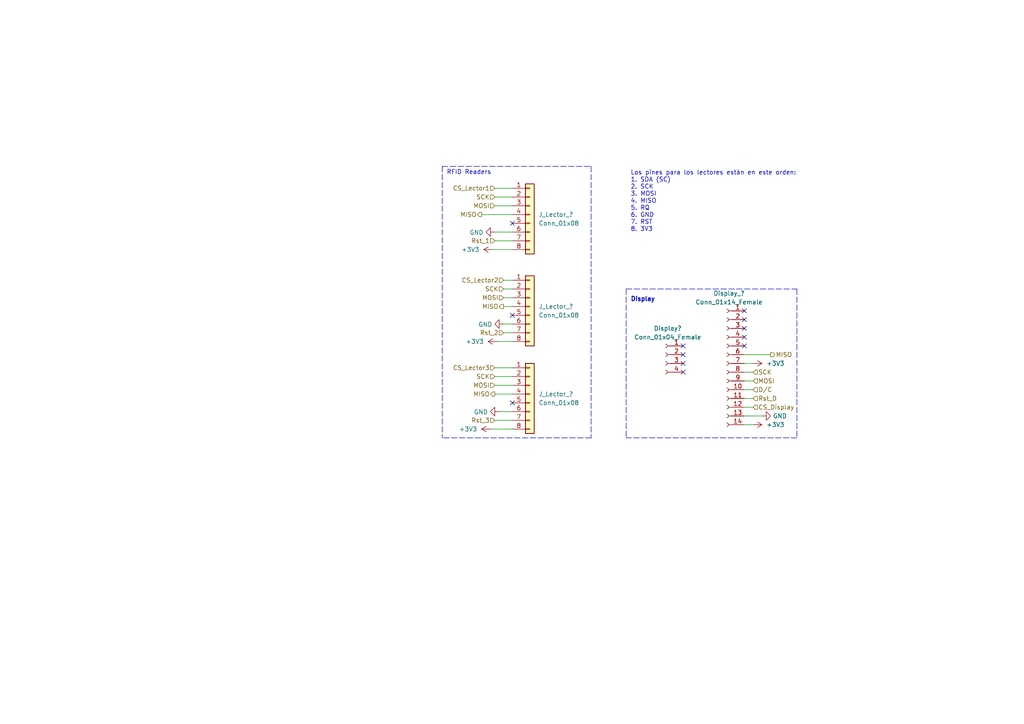
<source format=kicad_sch>
(kicad_sch (version 20211123) (generator eeschema)
  (paper "A4")
  (lib_symbols
    (symbol "Connector:Conn_01x04_Female" (pin_names (offset 1.016) hide)
      (property "Reference" "J" (at 0 5.08 0))
      (property "Value" "Conn_01x04_Female" (at 0 -7.62 0))
      (symbol "Conn_01x04_Female_1_1"
        (arc (start 0 -4.572) (mid -0.508 -5.08) (end 0 -5.588) (stroke (width 0.1524)))
        (arc (start 0 -2.032) (mid -0.508 -2.54) (end 0 -3.048) (stroke (width 0.1524)))
        (polyline (pts (xy -1.27 -5.08) (xy -0.508 -5.08)) (stroke (width 0.1524)))
        (polyline (pts (xy -1.27 -2.54) (xy -0.508 -2.54)) (stroke (width 0.1524)))
        (polyline (pts (xy -1.27 0) (xy -0.508 0)) (stroke (width 0.1524)))
        (polyline (pts (xy -1.27 2.54) (xy -0.508 2.54)) (stroke (width 0.1524)))
        (arc (start 0 0.508) (mid -0.508 0) (end 0 -0.508) (stroke (width 0.1524)))
        (arc (start 0 3.048) (mid -0.508 2.54) (end 0 2.032) (stroke (width 0.1524)))
        (pin passive line (at -5.08 2.54 0) (length 3.81) (name "Pin_1") (number "1"))
        (pin passive line (at -5.08 0 0) (length 3.81) (name "Pin_2") (number "2"))
        (pin passive line (at -5.08 -2.54 0) (length 3.81) (name "Pin_3") (number "3"))
        (pin passive line (at -5.08 -5.08 0) (length 3.81) (name "Pin_4") (number "4"))
      )
    )
    (symbol "Connector:Conn_01x14_Female" (pin_names (offset 1.016) hide)
      (property "Reference" "J" (at 0 17.78 0))
      (property "Value" "Conn_01x14_Female" (at 0 -20.32 0))
      (symbol "Conn_01x14_Female_1_1"
        (arc (start 0 -17.272) (mid -0.508 -17.78) (end 0 -18.288) (stroke (width 0.1524)))
        (arc (start 0 -14.732) (mid -0.508 -15.24) (end 0 -15.748) (stroke (width 0.1524)))
        (arc (start 0 -12.192) (mid -0.508 -12.7) (end 0 -13.208) (stroke (width 0.1524)))
        (arc (start 0 -9.652) (mid -0.508 -10.16) (end 0 -10.668) (stroke (width 0.1524)))
        (arc (start 0 -7.112) (mid -0.508 -7.62) (end 0 -8.128) (stroke (width 0.1524)))
        (arc (start 0 -4.572) (mid -0.508 -5.08) (end 0 -5.588) (stroke (width 0.1524)))
        (arc (start 0 -2.032) (mid -0.508 -2.54) (end 0 -3.048) (stroke (width 0.1524)))
        (polyline (pts (xy -1.27 -17.78) (xy -0.508 -17.78)) (stroke (width 0.1524)))
        (polyline (pts (xy -1.27 -15.24) (xy -0.508 -15.24)) (stroke (width 0.1524)))
        (polyline (pts (xy -1.27 -12.7) (xy -0.508 -12.7)) (stroke (width 0.1524)))
        (polyline (pts (xy -1.27 -10.16) (xy -0.508 -10.16)) (stroke (width 0.1524)))
        (polyline (pts (xy -1.27 -7.62) (xy -0.508 -7.62)) (stroke (width 0.1524)))
        (polyline (pts (xy -1.27 -5.08) (xy -0.508 -5.08)) (stroke (width 0.1524)))
        (polyline (pts (xy -1.27 -2.54) (xy -0.508 -2.54)) (stroke (width 0.1524)))
        (polyline (pts (xy -1.27 0) (xy -0.508 0)) (stroke (width 0.1524)))
        (polyline (pts (xy -1.27 2.54) (xy -0.508 2.54)) (stroke (width 0.1524)))
        (polyline (pts (xy -1.27 5.08) (xy -0.508 5.08)) (stroke (width 0.1524)))
        (polyline (pts (xy -1.27 7.62) (xy -0.508 7.62)) (stroke (width 0.1524)))
        (polyline (pts (xy -1.27 10.16) (xy -0.508 10.16)) (stroke (width 0.1524)))
        (polyline (pts (xy -1.27 12.7) (xy -0.508 12.7)) (stroke (width 0.1524)))
        (polyline (pts (xy -1.27 15.24) (xy -0.508 15.24)) (stroke (width 0.1524)))
        (arc (start 0 0.508) (mid -0.508 0) (end 0 -0.508) (stroke (width 0.1524)))
        (arc (start 0 3.048) (mid -0.508 2.54) (end 0 2.032) (stroke (width 0.1524)))
        (arc (start 0 5.588) (mid -0.508 5.08) (end 0 4.572) (stroke (width 0.1524)))
        (arc (start 0 8.128) (mid -0.508 7.62) (end 0 7.112) (stroke (width 0.1524)))
        (arc (start 0 10.668) (mid -0.508 10.16) (end 0 9.652) (stroke (width 0.1524)))
        (arc (start 0 13.208) (mid -0.508 12.7) (end 0 12.192) (stroke (width 0.1524)))
        (arc (start 0 15.748) (mid -0.508 15.24) (end 0 14.732) (stroke (width 0.1524)))
        (pin passive line (at -5.08 15.24 0) (length 3.81) (name "Pin_1") (number "1"))
        (pin passive line (at -5.08 -7.62 0) (length 3.81) (name "Pin_10") (number "10"))
        (pin passive line (at -5.08 -10.16 0) (length 3.81) (name "Pin_11") (number "11"))
        (pin passive line (at -5.08 -12.7 0) (length 3.81) (name "Pin_12") (number "12"))
        (pin passive line (at -5.08 -15.24 0) (length 3.81) (name "Pin_13") (number "13"))
        (pin passive line (at -5.08 -17.78 0) (length 3.81) (name "Pin_14") (number "14"))
        (pin passive line (at -5.08 12.7 0) (length 3.81) (name "Pin_2") (number "2"))
        (pin passive line (at -5.08 10.16 0) (length 3.81) (name "Pin_3") (number "3"))
        (pin passive line (at -5.08 7.62 0) (length 3.81) (name "Pin_4") (number "4"))
        (pin passive line (at -5.08 5.08 0) (length 3.81) (name "Pin_5") (number "5"))
        (pin passive line (at -5.08 2.54 0) (length 3.81) (name "Pin_6") (number "6"))
        (pin passive line (at -5.08 0 0) (length 3.81) (name "Pin_7") (number "7"))
        (pin passive line (at -5.08 -2.54 0) (length 3.81) (name "Pin_8") (number "8"))
        (pin passive line (at -5.08 -5.08 0) (length 3.81) (name "Pin_9") (number "9"))
      )
    )
    (symbol "Connector_Generic:Conn_01x08" (pin_names (offset 1.016) hide)
      (property "Reference" "J" (at 0 10.16 0))
      (property "Value" "Conn_01x08" (at 0 -12.7 0))
      (symbol "Conn_01x08_1_1"
        (rectangle (start -1.27 -10.033) (end 0 -10.287) (stroke (width 0.1524)))
        (rectangle (start -1.27 -7.493) (end 0 -7.747) (stroke (width 0.1524)))
        (rectangle (start -1.27 -4.953) (end 0 -5.207) (stroke (width 0.1524)))
        (rectangle (start -1.27 -2.413) (end 0 -2.667) (stroke (width 0.1524)))
        (rectangle (start -1.27 0.127) (end 0 -0.127) (stroke (width 0.1524)))
        (rectangle (start -1.27 2.667) (end 0 2.413) (stroke (width 0.1524)))
        (rectangle (start -1.27 5.207) (end 0 4.953) (stroke (width 0.1524)))
        (rectangle (start -1.27 7.747) (end 0 7.493) (stroke (width 0.1524)))
        (rectangle (start -1.27 8.89) (end 1.27 -11.43) (stroke (width 0.254)) (fill (type background)))
        (pin passive line (at -5.08 7.62 0) (length 3.81) (name "Pin_1") (number "1"))
        (pin passive line (at -5.08 5.08 0) (length 3.81) (name "Pin_2") (number "2"))
        (pin passive line (at -5.08 2.54 0) (length 3.81) (name "Pin_3") (number "3"))
        (pin passive line (at -5.08 0 0) (length 3.81) (name "Pin_4") (number "4"))
        (pin passive line (at -5.08 -2.54 0) (length 3.81) (name "Pin_5") (number "5"))
        (pin passive line (at -5.08 -5.08 0) (length 3.81) (name "Pin_6") (number "6"))
        (pin passive line (at -5.08 -7.62 0) (length 3.81) (name "Pin_7") (number "7"))
        (pin passive line (at -5.08 -10.16 0) (length 3.81) (name "Pin_8") (number "8"))
      )
    )
    (symbol "power:+3.3V" (power) (pin_names (offset 0))
      (property "Value" "+3.3V" (at 0 3.556 0))
      (symbol "+3.3V_0_1"
        (polyline (pts (xy -0.762 1.27) (xy 0 2.54)))
        (polyline (pts (xy 0 0) (xy 0 2.54)))
        (polyline (pts (xy 0 2.54) (xy 0.762 1.27)))
      )
      (symbol "+3.3V_1_1"
        (pin power_in line (at 0 0 90) (length 0) hide (name "+3V3") (number "1"))
      )
    )
    (symbol "power:GND" (power) (pin_names (offset 0))
      (property "Value" "GND" (at 0 -3.81 0))
      (symbol "GND_0_1"
        (polyline (pts (xy 0 0) (xy 0 -1.27) (xy 1.27 -1.27) (xy 0 -2.54) (xy -1.27 -1.27) (xy 0 -1.27)))
      )
      (symbol "GND_1_1"
        (pin power_in line (at 0 0 270) (length 0) hide (name "GND") (number "1"))
      )
    )
  )
  (no_connect (at 198.12 105.41))
  (no_connect (at 198.12 102.87))
  (no_connect (at 215.9 95.25))
  (no_connect (at 215.9 92.71))
  (no_connect (at 198.12 107.95))
  (no_connect (at 148.59 91.44))
  (no_connect (at 148.59 116.84))
  (no_connect (at 215.9 97.79))
  (no_connect (at 198.12 100.33))
  (no_connect (at 215.9 90.17))
  (no_connect (at 215.9 100.33))
  (no_connect (at 148.59 64.77))
  (wire (pts (xy 215.9 113.03) (xy 218.44 113.03)))
  (wire (pts (xy 143.51 67.31) (xy 148.59 67.31)))
  (wire (pts (xy 144.78 119.38) (xy 148.59 119.38)))
  (polyline (pts (xy 231.14 127) (xy 181.61 127)))
  (wire (pts (xy 215.9 115.57) (xy 218.44 115.57)))
  (wire (pts (xy 143.51 121.92) (xy 148.59 121.92)))
  (wire (pts (xy 215.9 120.65) (xy 220.98 120.65)))
  (wire (pts (xy 143.51 57.15) (xy 148.59 57.15)))
  (polyline (pts (xy 171.45 48.26) (xy 171.45 127)))
  (wire (pts (xy 143.51 106.68) (xy 148.59 106.68)))
  (polyline (pts (xy 128.27 48.26) (xy 171.45 48.26)))
  (wire (pts (xy 146.05 96.52) (xy 148.59 96.52)))
  (wire (pts (xy 143.51 109.22) (xy 148.59 109.22)))
  (wire (pts (xy 143.51 111.76) (xy 148.59 111.76)))
  (wire (pts (xy 215.9 118.11) (xy 218.44 118.11)))
  (polyline (pts (xy 181.61 83.82) (xy 181.61 127)))
  (wire (pts (xy 142.24 124.46) (xy 148.59 124.46)))
  (wire (pts (xy 215.9 107.95) (xy 218.44 107.95)))
  (wire (pts (xy 144.145 99.06) (xy 148.59 99.06)))
  (wire (pts (xy 146.05 88.9) (xy 148.59 88.9)))
  (polyline (pts (xy 231.14 83.82) (xy 231.14 127)))
  (wire (pts (xy 146.05 93.98) (xy 148.59 93.98)))
  (wire (pts (xy 143.51 54.61) (xy 148.59 54.61)))
  (wire (pts (xy 146.05 86.36) (xy 148.59 86.36)))
  (wire (pts (xy 215.9 110.49) (xy 218.44 110.49)))
  (wire (pts (xy 215.9 102.87) (xy 223.52 102.87)))
  (wire (pts (xy 215.9 123.19) (xy 218.44 123.19)))
  (wire (pts (xy 146.05 81.28) (xy 148.59 81.28)))
  (polyline (pts (xy 181.61 83.82) (xy 231.14 83.82)))
  (polyline (pts (xy 171.45 127) (xy 128.27 127)))
  (wire (pts (xy 143.51 114.3) (xy 148.59 114.3)))
  (wire (pts (xy 146.05 83.82) (xy 148.59 83.82)))
  (wire (pts (xy 143.51 59.69) (xy 148.59 59.69)))
  (wire (pts (xy 139.7 62.23) (xy 148.59 62.23)))
  (polyline (pts (xy 128.27 48.26) (xy 128.27 127)))
  (wire (pts (xy 142.875 72.39) (xy 148.59 72.39)))
  (wire (pts (xy 215.9 105.41) (xy 218.44 105.41)))
  (wire (pts (xy 148.59 69.85) (xy 143.51 69.85)))
  (text "RFID Readers\n" (at 129.54 50.8 0) (effects (font (size 1.27 1.27)) (justify left bottom)))
  (text "Display" (at 182.88 87.63 0) (effects (font (size 1.27 1.27) (thickness 0.254) bold) (justify left bottom)))
  (text "Los pines para los lectores están en este orden:\n1. SDA (SC)\n2. SCK\n3. MOSI\n4. MISO\n5. RQ\n6. GND\n7. RST\n8. 3V3\n" (at 182.88 67.31 0) (effects (font (size 1.27 1.27)) (justify left bottom)))
  (hierarchical_label "SCK" (shape input) (at 143.51 57.15 180))
  (hierarchical_label "SCK" (shape input) (at 143.51 109.22 180))
  (hierarchical_label "MISO" (shape output) (at 143.51 114.3 180))
  (hierarchical_label "Rst_3" (shape input) (at 143.51 121.92 180))
  (hierarchical_label "Rst_1" (shape input) (at 143.51 69.85 180))
  (hierarchical_label "CS_Lector1" (shape input) (at 143.51 54.61 180))
  (hierarchical_label "Rst_D" (shape input) (at 218.44 115.57 0))
  (hierarchical_label "Rst_2" (shape input) (at 146.05 96.52 180))
  (hierarchical_label "MOSI" (shape input) (at 218.44 110.49 0))
  (hierarchical_label "D{slash}C" (shape input) (at 218.44 113.03 0))
  (hierarchical_label "MOSI" (shape input) (at 146.05 86.36 180))
  (hierarchical_label "MOSI" (shape input) (at 143.51 111.76 180))
  (hierarchical_label "CS_Display" (shape input) (at 218.44 118.11 0))
  (hierarchical_label "MISO" (shape output) (at 139.7 62.23 180))
  (hierarchical_label "CS_Lector2" (shape input) (at 146.05 81.28 180))
  (hierarchical_label "MOSI" (shape input) (at 143.51 59.69 180))
  (hierarchical_label "CS_Lector3" (shape input) (at 143.51 106.68 180))
  (hierarchical_label "SCK" (shape input) (at 218.44 107.95 0))
  (hierarchical_label "MISO" (shape output) (at 146.05 88.9 180))
  (hierarchical_label "MISO" (shape output) (at 223.52 102.87 0))
  (hierarchical_label "SCK" (shape input) (at 146.05 83.82 180))
  (symbol (lib_id "Connector:Conn_01x04_Female") (at 193.04 102.87 0) (mirror y) (unit 1)
    (property "Reference" "Display?" (at 193.675 95.25 0))
    (property "Value" "Conn_01x04_Female" (at 193.675 97.79 0))
    (property "Footprint" "Connector_PinSocket_2.54mm:PinSocket_1x04_P2.54mm_Vertical" (effects hide))
  )
  (symbol (lib_id "power:GND") (at 220.98 120.65 90) (unit 1)
    (property "Reference" "#PWR?" (effects hide))
    (property "Value" "GND" (at 224.155 120.6499 90) (effects (justify right)))
  )
  (symbol (lib_id "power:+3.3V") (at 218.44 123.19 270) (unit 1)
    (property "Reference" "#PWR?" (effects hide))
    (property "Value" "+3.3V" (at 222.25 123.19 90) (effects (justify left)))
  )
  (symbol (lib_id "power:+3.3V") (at 142.875 72.39 90) (unit 1)
    (property "Reference" "#PWR?" (effects hide))
    (property "Value" "+3.3V" (at 139.065 72.39 90) (effects (justify left)))
  )
  (symbol (lib_id "power:GND") (at 143.51 67.31 270) (unit 1)
    (property "Reference" "#PWR?" (effects hide))
    (property "Value" "GND" (at 140.2588 67.437 90) (effects (justify right)))
  )
  (symbol (lib_id "power:+3.3V") (at 142.24 124.46 90) (unit 1)
    (property "Reference" "#PWR?" (effects hide))
    (property "Value" "+3.3V" (at 138.43 124.46 90) (effects (justify left)))
  )
  (symbol (lib_id "Connector_Generic:Conn_01x08") (at 153.67 88.9 0) (unit 1)
    (property "Reference" "J_Lector_?" (at 156.21 88.8999 0) (effects (justify left)))
    (property "Value" "Conn_01x08" (at 156.21 91.4399 0) (effects (justify left)))
    (property "Footprint" "Connector_PinHeader_2.54mm:PinHeader_1x08_P2.54mm_Vertical" (effects hide))
  )
  (symbol (lib_id "power:GND") (at 144.78 119.38 270) (unit 1)
    (property "Reference" "#PWR?" (effects hide))
    (property "Value" "GND" (at 141.5288 119.507 90) (effects (justify right)))
  )
  (symbol (lib_id "Connector:Conn_01x14_Female") (at 210.82 105.41 0) (mirror y) (unit 1)
    (property "Reference" "Display_?" (at 211.455 85.09 0))
    (property "Value" "Conn_01x14_Female" (at 211.455 87.63 0))
    (property "Footprint" "Connector_PinSocket_2.54mm:PinSocket_1x14_P2.54mm_Vertical" (effects hide))
  )
  (symbol (lib_id "power:GND") (at 146.05 93.98 270) (unit 1)
    (property "Reference" "#PWR?" (effects hide))
    (property "Value" "GND" (at 142.7988 94.107 90) (effects (justify right)))
  )
  (symbol (lib_id "Connector_Generic:Conn_01x08") (at 153.67 62.23 0) (unit 1)
    (property "Reference" "J_Lector_?" (at 156.21 62.2299 0) (effects (justify left)))
    (property "Value" "Conn_01x08" (at 156.21 64.7699 0) (effects (justify left)))
    (property "Footprint" "Connector_PinHeader_2.54mm:PinHeader_1x08_P2.54mm_Vertical" (effects hide))
  )
  (symbol (lib_id "power:+3.3V") (at 218.44 105.41 270) (unit 1)
    (property "Reference" "#PWR?" (effects hide))
    (property "Value" "+3.3V" (at 222.25 105.41 90) (effects (justify left)))
  )
  (symbol (lib_id "power:+3.3V") (at 144.145 99.06 90) (unit 1)
    (property "Reference" "#PWR?" (effects hide))
    (property "Value" "+3.3V" (at 140.335 99.06 90) (effects (justify left)))
  )
  (symbol (lib_id "Connector_Generic:Conn_01x08") (at 153.67 114.3 0) (unit 1)
    (property "Reference" "J_Lector_?" (at 156.21 114.2999 0) (effects (justify left)))
    (property "Value" "Conn_01x08" (at 156.21 116.8399 0) (effects (justify left)))
    (property "Footprint" "Connector_PinHeader_2.54mm:PinHeader_1x08_P2.54mm_Vertical" (effects hide))
  )
)
</source>
